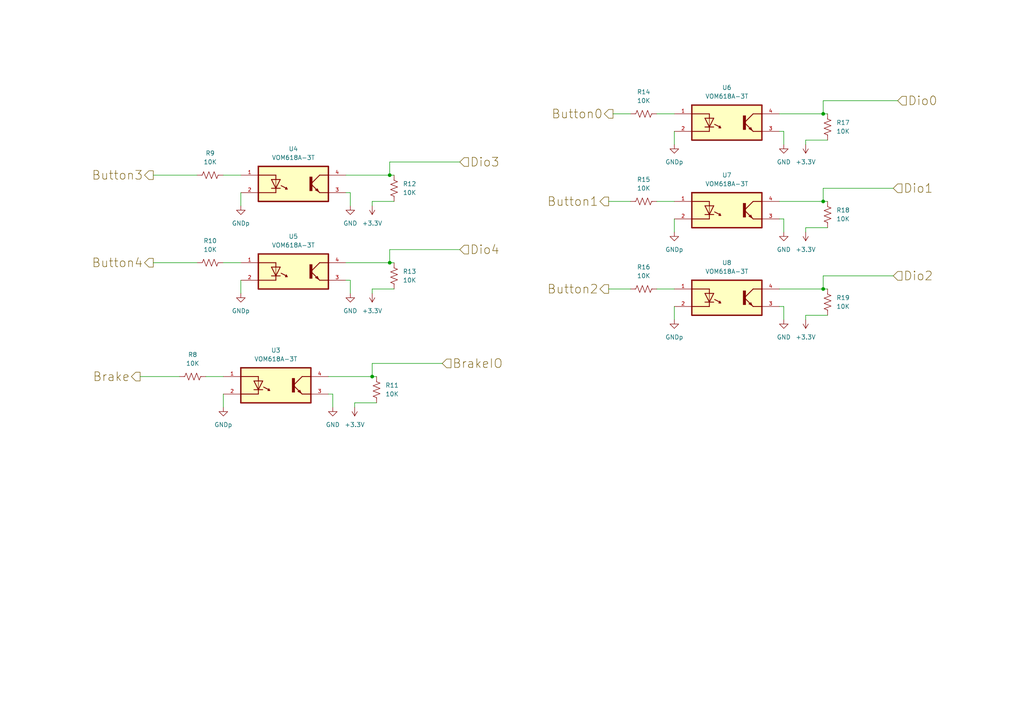
<source format=kicad_sch>
(kicad_sch (version 20250114) (generator "eeschema") (generator_version "9.0")
  (paper "A4")
  (lib_symbols
    (symbol "Device:R_US" (pin_numbers (hide yes)) (pin_names (offset 0))
      (property "Reference" "R" (at 2.54 0 90))
      (property "Value" "R_US" (at -2.54 0 90))
      (symbol "R_US_0_1"
        (polyline (pts (xy 0 2.286) (xy 0 2.54)))
        (polyline (pts (xy 0 2.286) (xy 1.016 1.905) (xy 0 1.524) (xy -1.016 1.143) (xy 0 0.762)))
        (polyline (pts (xy 0 0.762) (xy 1.016 0.381) (xy 0 0) (xy -1.016 -0.381) (xy 0 -0.762)))
        (polyline (pts (xy 0 -0.762) (xy 1.016 -1.143) (xy 0 -1.524) (xy -1.016 -1.905) (xy 0 -2.286)))
        (polyline (pts (xy 0 -2.286) (xy 0 -2.54)))
      )
      (symbol "R_US_1_1"
        (pin passive line (at 0 3.81 270) (length 1.27) (name "~") (number "1"))
        (pin passive line (at 0 -3.81 90) (length 1.27) (name "~") (number "2"))
      )
    )
    (symbol "VOM618A-3T:VOM618A-3T" (pin_names (offset 1.016))
      (property "Reference" "U" (at -5.084 5.5924 0))
      (property "Value" "VOM618A-3T" (at -5.0823 -7.6235 0))
      (symbol "VOM618A-3T_0_0"
        (polyline (pts (xy -10.16 2.54) (xy -5.08 2.54)) (stroke (width 0.254)))
        (polyline (pts (xy -10.16 -2.54) (xy -5.08 -2.54)) (stroke (width 0.254)))
        (rectangle (start -10.16 -5.08) (end 10.16 5.08) (stroke (width 0.4064)) (fill (type background)))
        (polyline (pts (xy -6.35 1.27) (xy -5.08 1.27)) (stroke (width 0.254)))
        (polyline (pts (xy -6.35 1.27) (xy -5.08 -1.27)) (stroke (width 0.254)))
        (polyline (pts (xy -6.35 -1.27) (xy -5.08 -1.27)) (stroke (width 0.254)))
        (polyline (pts (xy -5.08 1.27) (xy -5.08 2.54)) (stroke (width 0.254)))
        (polyline (pts (xy -5.08 1.27) (xy -5.08 -1.27)) (stroke (width 0.1524)))
        (polyline (pts (xy -5.08 1.27) (xy -3.81 1.27)) (stroke (width 0.254)))
        (polyline (pts (xy -5.08 -1.27) (xy -5.08 -2.54)) (stroke (width 0.254)))
        (polyline (pts (xy -5.08 -1.27) (xy -3.81 1.27)) (stroke (width 0.254)))
        (polyline (pts (xy -5.08 -1.27) (xy -3.81 -1.27)) (stroke (width 0.254)))
        (polyline (pts (xy -3.556 -0.508) (xy -2.032 -1.27)) (stroke (width 0.254)))
        (polyline (pts (xy -2.286 -1.524) (xy -2.032 -1.016)) (stroke (width 0.254)))
        (polyline (pts (xy -2.032 -1.016) (xy -1.778 -1.524)) (stroke (width 0.254)))
        (polyline (pts (xy -1.778 -1.524) (xy -2.286 -1.524)) (stroke (width 0.254)))
        (rectangle (start 4.7062 -2.0351) (end 5.461 2.032) (stroke (width 0.1)) (fill (type outline)))
        (polyline (pts (xy 5.08 0) (xy 7.62 -2.54)) (stroke (width 0.254)))
        (polyline (pts (xy 6.985 -1.397) (xy 7.366 -2.286) (xy 6.35 -1.778) (xy 6.985 -1.397)) (stroke (width 0.1524)) (fill (type outline)))
        (polyline (pts (xy 7.62 2.54) (xy 5.08 0)) (stroke (width 0.254)))
        (polyline (pts (xy 7.62 2.54) (xy 10.16 2.54)) (stroke (width 0.254)))
        (polyline (pts (xy 7.62 -2.54) (xy 10.16 -2.54)) (stroke (width 0.254)))
        (pin passive line (at -15.24 2.54 0) (length 5.08) (name "~") (number "1"))
        (pin passive line (at -15.24 -2.54 0) (length 5.08) (name "~") (number "2"))
        (pin passive line (at 15.24 2.54 180) (length 5.08) (name "~") (number "4"))
        (pin passive line (at 15.24 -2.54 180) (length 5.08) (name "~") (number "3"))
      )
    )
    (symbol "power:+3.3V" (power) (pin_numbers (hide yes)) (pin_names (offset 0) (hide yes))
      (property "Value" "+3.3V" (at 0 3.556 0))
      (symbol "+3.3V_0_1"
        (polyline (pts (xy -0.762 1.27) (xy 0 2.54)))
        (polyline (pts (xy 0 2.54) (xy 0.762 1.27)))
        (polyline (pts (xy 0 0) (xy 0 2.54)))
      )
      (symbol "+3.3V_1_1"
        (pin power_in line (at 0 0 90) (length 0) (name "~") (number "1"))
      )
    )
    (symbol "power:GND" (power) (pin_numbers (hide yes)) (pin_names (offset 0) (hide yes))
      (property "Value" "GND" (at 0 -3.81 0))
      (symbol "GND_0_1"
        (polyline (pts (xy 0 0) (xy 0 -1.27) (xy 1.27 -1.27) (xy 0 -2.54) (xy -1.27 -1.27) (xy 0 -1.27)))
      )
      (symbol "GND_1_1"
        (pin power_in line (at 0 0 270) (length 0) (name "~") (number "1"))
      )
    )
  )
  (junction (at 107.95 109.22))
  (junction (at 238.76 58.42))
  (junction (at 238.76 83.82))
  (junction (at 113.03 76.2))
  (junction (at 238.76 33.02))
  (junction (at 113.03 50.8))
  (wire (pts (xy 240.03 83.82) (xy 238.76 83.82)))
  (wire (pts (xy 69.85 81.28) (xy 69.85 85.09)))
  (wire (pts (xy 107.95 83.82) (xy 114.3 83.82)))
  (wire (pts (xy 238.76 54.61) (xy 259.08 54.61)))
  (wire (pts (xy 176.53 58.42) (xy 182.88 58.42)))
  (wire (pts (xy 113.03 76.2) (xy 113.03 72.39)))
  (wire (pts (xy 40.64 109.22) (xy 52.07 109.22)))
  (wire (pts (xy 113.03 72.39) (xy 133.35 72.39)))
  (wire (pts (xy 240.03 58.42) (xy 238.76 58.42)))
  (wire (pts (xy 226.06 83.82) (xy 238.76 83.82)))
  (wire (pts (xy 101.6 55.88) (xy 100.33 55.88)))
  (wire (pts (xy 238.76 58.42) (xy 238.76 54.61)))
  (wire (pts (xy 102.87 116.84) (xy 109.22 116.84)))
  (wire (pts (xy 113.03 50.8) (xy 113.03 46.99)))
  (wire (pts (xy 238.76 83.82) (xy 238.76 80.01)))
  (wire (pts (xy 233.68 66.04) (xy 240.03 66.04)))
  (wire (pts (xy 101.6 81.28) (xy 101.6 85.09)))
  (wire (pts (xy 233.68 66.04) (xy 233.68 67.31)))
  (wire (pts (xy 195.58 88.9) (xy 195.58 92.71)))
  (wire (pts (xy 233.68 40.64) (xy 240.03 40.64)))
  (wire (pts (xy 227.33 88.9) (xy 227.33 92.71)))
  (wire (pts (xy 64.77 76.2) (xy 69.85 76.2)))
  (wire (pts (xy 102.87 116.84) (xy 102.87 118.11)))
  (wire (pts (xy 227.33 38.1) (xy 227.33 41.91)))
  (wire (pts (xy 227.33 38.1) (xy 226.06 38.1)))
  (wire (pts (xy 227.33 88.9) (xy 226.06 88.9)))
  (wire (pts (xy 44.45 76.2) (xy 57.15 76.2)))
  (wire (pts (xy 240.03 33.02) (xy 238.76 33.02)))
  (wire (pts (xy 107.95 58.42) (xy 114.3 58.42)))
  (wire (pts (xy 114.3 76.2) (xy 113.03 76.2)))
  (wire (pts (xy 233.68 91.44) (xy 233.68 92.71)))
  (wire (pts (xy 107.95 58.42) (xy 107.95 59.69)))
  (wire (pts (xy 107.95 109.22) (xy 107.95 105.41)))
  (wire (pts (xy 95.25 109.22) (xy 107.95 109.22)))
  (wire (pts (xy 227.33 63.5) (xy 227.33 67.31)))
  (wire (pts (xy 190.5 58.42) (xy 195.58 58.42)))
  (wire (pts (xy 59.69 109.22) (xy 64.77 109.22)))
  (wire (pts (xy 238.76 80.01) (xy 259.08 80.01)))
  (wire (pts (xy 226.06 58.42) (xy 238.76 58.42)))
  (wire (pts (xy 100.33 76.2) (xy 113.03 76.2)))
  (wire (pts (xy 96.52 114.3) (xy 95.25 114.3)))
  (wire (pts (xy 101.6 55.88) (xy 101.6 59.69)))
  (wire (pts (xy 233.68 91.44) (xy 240.03 91.44)))
  (wire (pts (xy 227.33 63.5) (xy 226.06 63.5)))
  (wire (pts (xy 177.8 33.02) (xy 182.88 33.02)))
  (wire (pts (xy 114.3 50.8) (xy 113.03 50.8)))
  (wire (pts (xy 64.77 114.3) (xy 64.77 118.11)))
  (wire (pts (xy 190.5 83.82) (xy 195.58 83.82)))
  (wire (pts (xy 101.6 81.28) (xy 100.33 81.28)))
  (wire (pts (xy 64.77 50.8) (xy 69.85 50.8)))
  (wire (pts (xy 113.03 46.99) (xy 133.35 46.99)))
  (wire (pts (xy 96.52 114.3) (xy 96.52 118.11)))
  (wire (pts (xy 233.68 40.64) (xy 233.68 41.91)))
  (wire (pts (xy 69.85 55.88) (xy 69.85 59.69)))
  (wire (pts (xy 238.76 33.02) (xy 238.76 29.21)))
  (wire (pts (xy 195.58 63.5) (xy 195.58 67.31)))
  (wire (pts (xy 238.76 29.21) (xy 260.35 29.21)))
  (wire (pts (xy 100.33 50.8) (xy 113.03 50.8)))
  (wire (pts (xy 107.95 83.82) (xy 107.95 85.09)))
  (wire (pts (xy 109.22 109.22) (xy 107.95 109.22)))
  (wire (pts (xy 190.5 33.02) (xy 195.58 33.02)))
  (wire (pts (xy 195.58 38.1) (xy 195.58 41.91)))
  (wire (pts (xy 226.06 33.02) (xy 238.76 33.02)))
  (wire (pts (xy 57.15 50.8) (xy 44.45 50.8)))
  (wire (pts (xy 107.95 105.41) (xy 128.27 105.41)))
  (wire (pts (xy 176.53 83.82) (xy 182.88 83.82)))
  (hierarchical_label "Button1" (shape output) (at 176.53 58.42 180) (effects (font (size 2.54 2.54))))
  (hierarchical_label "Button3" (shape output) (at 44.45 50.8 180) (effects (font (size 2.54 2.54))))
  (hierarchical_label "Dio1" (shape input) (at 259.08 54.61 0) (effects (font (size 2.54 2.54))))
  (hierarchical_label "Button4" (shape output) (at 44.45 76.2 180) (effects (font (size 2.54 2.54))))
  (hierarchical_label "Dio3" (shape input) (at 133.35 46.99 0) (effects (font (size 2.54 2.54))))
  (hierarchical_label "Button2" (shape output) (at 176.53 83.82 180) (effects (font (size 2.54 2.54))))
  (hierarchical_label "Dio2" (shape input) (at 259.08 80.01 0) (effects (font (size 2.54 2.54))))
  (hierarchical_label "Dio4" (shape input) (at 133.35 72.39 0) (effects (font (size 2.54 2.54))))
  (hierarchical_label "Button0" (shape output) (at 177.8 33.02 180) (effects (font (size 2.54 2.54))))
  (hierarchical_label "BrakeIO" (shape input) (at 128.27 105.41 0) (effects (font (size 2.54 2.54))))
  (hierarchical_label "Brake" (shape output) (at 40.64 109.22 180) (effects (font (size 2.54 2.54))))
  (hierarchical_label "Dio0" (shape input) (at 260.35 29.21 0) (effects (font (size 2.54 2.54))))
  (symbol (lib_id "Device:R_US") (at 186.69 58.42 90) (unit 1)
    (property "Reference" "R15" (at 186.69 52.07 90))
    (property "Value" "10K" (at 186.69 54.61 90))
    (property "Description" "Resistor, US symbol" (effects (hide yes)))
  )
  (symbol (lib_id "VOM618A-3T:VOM618A-3T") (at 210.82 86.36 0) (unit 1)
    (property "Reference" "U8" (at 210.82 76.2 0))
    (property "Value" "VOM618A-3T" (at 210.82 78.74 0))
    (property "Footprint" "VOM618A-3T:SOIC254P695X242-4N" (effects (hide yes)))
    (property "MF" "Vishay Semiconductor" (effects (hide yes)))
    (property "Description_1" "Optoisolator Transistor Output 3750Vrms 1 Channel 4-SOP (2.54mm)" (effects (hide yes)))
    (property "Package" "SOP-4 Vishay Semiconductor" (effects (hide yes)))
    (property "Price" "None" (effects (hide yes)))
    (property "Check_prices" "https://www.snapeda.com/parts/VOM618A-3T/Vishay/view-part/?ref=eda" (effects (hide yes)))
    (property "SnapEDA_Link" "https://www.snapeda.com/parts/VOM618A-3T/Vishay/view-part/?ref=snap" (effects (hide yes)))
    (property "MP" "VOM618A-3T" (effects (hide yes)))
    (property "Availability" "In Stock" (effects (hide yes)))
    (property "MANUFACTURER" "VISHAY" (effects (hide yes)))
  )
  (symbol (lib_id "Device:R_US") (at 60.96 50.8 90) (unit 1)
    (property "Reference" "R9" (at 60.96 44.45 90))
    (property "Value" "10K" (at 60.96 46.99 90))
    (property "Description" "Resistor, US symbol" (effects (hide yes)))
  )
  (symbol (lib_id "Device:R_US") (at 240.03 36.83 0) (unit 1)
    (property "Reference" "R17" (at 242.57 35.5599 0) (effects (justify left)))
    (property "Value" "10K" (at 242.57 38.0999 0) (effects (justify left)))
    (property "Description" "Resistor, US symbol" (effects (hide yes)))
  )
  (symbol (lib_id "Device:R_US") (at 240.03 87.63 0) (unit 1)
    (property "Reference" "R19" (at 242.57 86.3599 0) (effects (justify left)))
    (property "Value" "10K" (at 242.57 88.8999 0) (effects (justify left)))
    (property "Description" "Resistor, US symbol" (effects (hide yes)))
  )
  (symbol (lib_id "power:+3.3V") (at 107.95 59.69 180) (unit 1)
    (property "Reference" "#PWR034" (effects (hide yes)))
    (property "Value" "+3.3V" (at 107.95 64.77 0))
    (property "Description" "Power symbol creates a global label with name \"+3.3V\"" (effects (hide yes)))
  )
  (symbol (lib_id "power:+3.3V") (at 233.68 41.91 180) (unit 1)
    (property "Reference" "#PWR043" (effects (hide yes)))
    (property "Value" "+3.3V" (at 233.68 46.99 0))
    (property "Description" "Power symbol creates a global label with name \"+3.3V\"" (effects (hide yes)))
  )
  (symbol (lib_id "power:GND") (at 101.6 59.69 0) (unit 1)
    (property "Reference" "#PWR031" (effects (hide yes)))
    (property "Value" "GND" (at 101.6 64.77 0))
    (property "Description" "Power symbol creates a global label with name \"GND\" , ground" (effects (hide yes)))
  )
  (symbol (lib_id "VOM618A-3T:VOM618A-3T") (at 80.01 111.76 0) (unit 1)
    (property "Reference" "U3" (at 80.01 101.6 0))
    (property "Value" "VOM618A-3T" (at 80.01 104.14 0))
    (property "Footprint" "VOM618A-3T:SOIC254P695X242-4N" (effects (hide yes)))
    (property "MF" "Vishay Semiconductor" (effects (hide yes)))
    (property "Description_1" "Optoisolator Transistor Output 3750Vrms 1 Channel 4-SOP (2.54mm)" (effects (hide yes)))
    (property "Package" "SOP-4 Vishay Semiconductor" (effects (hide yes)))
    (property "Price" "None" (effects (hide yes)))
    (property "Check_prices" "https://www.snapeda.com/parts/VOM618A-3T/Vishay/view-part/?ref=eda" (effects (hide yes)))
    (property "SnapEDA_Link" "https://www.snapeda.com/parts/VOM618A-3T/Vishay/view-part/?ref=snap" (effects (hide yes)))
    (property "MP" "VOM618A-3T" (effects (hide yes)))
    (property "Availability" "In Stock" (effects (hide yes)))
    (property "MANUFACTURER" "VISHAY" (effects (hide yes)))
  )
  (symbol (lib_id "VOM618A-3T:VOM618A-3T") (at 210.82 35.56 0) (unit 1)
    (property "Reference" "U6" (at 210.82 25.4 0))
    (property "Value" "VOM618A-3T" (at 210.82 27.94 0))
    (property "Footprint" "VOM618A-3T:SOIC254P695X242-4N" (effects (hide yes)))
    (property "MF" "Vishay Semiconductor" (effects (hide yes)))
    (property "Description_1" "Optoisolator Transistor Output 3750Vrms 1 Channel 4-SOP (2.54mm)" (effects (hide yes)))
    (property "Package" "SOP-4 Vishay Semiconductor" (effects (hide yes)))
    (property "Price" "None" (effects (hide yes)))
    (property "Check_prices" "https://www.snapeda.com/parts/VOM618A-3T/Vishay/view-part/?ref=eda" (effects (hide yes)))
    (property "SnapEDA_Link" "https://www.snapeda.com/parts/VOM618A-3T/Vishay/view-part/?ref=snap" (effects (hide yes)))
    (property "MP" "VOM618A-3T" (effects (hide yes)))
    (property "Availability" "In Stock" (effects (hide yes)))
    (property "MANUFACTURER" "VISHAY" (effects (hide yes)))
  )
  (symbol (lib_id "power:+3.3V") (at 233.68 92.71 180) (unit 1)
    (property "Reference" "#PWR045" (effects (hide yes)))
    (property "Value" "+3.3V" (at 233.68 97.79 0))
    (property "Description" "Power symbol creates a global label with name \"+3.3V\"" (effects (hide yes)))
  )
  (symbol (lib_id "power:+3.3V") (at 102.87 118.11 180) (unit 1)
    (property "Reference" "#PWR033" (effects (hide yes)))
    (property "Value" "+3.3V" (at 102.87 123.19 0))
    (property "Description" "Power symbol creates a global label with name \"+3.3V\"" (effects (hide yes)))
  )
  (symbol (lib_id "Device:R_US") (at 114.3 80.01 0) (unit 1)
    (property "Reference" "R13" (at 116.84 78.7399 0) (effects (justify left)))
    (property "Value" "10K" (at 116.84 81.2799 0) (effects (justify left)))
    (property "Description" "Resistor, US symbol" (effects (hide yes)))
  )
  (symbol (lib_id "Device:R_US") (at 186.69 33.02 90) (unit 1)
    (property "Reference" "R14" (at 186.69 26.67 90))
    (property "Value" "10K" (at 186.69 29.21 90))
    (property "Description" "Resistor, US symbol" (effects (hide yes)))
  )
  (symbol (lib_id "power:GND") (at 69.85 85.09 0) (unit 1)
    (property "Reference" "#PWR029" (effects (hide yes)))
    (property "Value" "GNDp" (at 69.85 90.17 0))
    (property "Description" "Power symbol creates a global label with name \"GND\" , ground" (effects (hide yes)))
  )
  (symbol (lib_id "power:GND") (at 195.58 41.91 0) (unit 1)
    (property "Reference" "#PWR037" (effects (hide yes)))
    (property "Value" "GNDp" (at 195.58 46.99 0))
    (property "Description" "Power symbol creates a global label with name \"GND\" , ground" (effects (hide yes)))
  )
  (symbol (lib_id "Device:R_US") (at 60.96 76.2 90) (unit 1)
    (property "Reference" "R10" (at 60.96 69.85 90))
    (property "Value" "10K" (at 60.96 72.39 90))
    (property "Description" "Resistor, US symbol" (effects (hide yes)))
  )
  (symbol (lib_id "Device:R_US") (at 55.88 109.22 90) (unit 1)
    (property "Reference" "R8" (at 55.88 102.87 90))
    (property "Value" "10K" (at 55.88 105.41 90))
    (property "Description" "Resistor, US symbol" (effects (hide yes)))
  )
  (symbol (lib_id "Device:R_US") (at 114.3 54.61 0) (unit 1)
    (property "Reference" "R12" (at 116.84 53.3399 0) (effects (justify left)))
    (property "Value" "10K" (at 116.84 55.8799 0) (effects (justify left)))
    (property "Description" "Resistor, US symbol" (effects (hide yes)))
  )
  (symbol (lib_id "Device:R_US") (at 240.03 62.23 0) (unit 1)
    (property "Reference" "R18" (at 242.57 60.9599 0) (effects (justify left)))
    (property "Value" "10K" (at 242.57 63.4999 0) (effects (justify left)))
    (property "Description" "Resistor, US symbol" (effects (hide yes)))
  )
  (symbol (lib_id "power:GND") (at 227.33 41.91 0) (unit 1)
    (property "Reference" "#PWR040" (effects (hide yes)))
    (property "Value" "GND" (at 227.33 46.99 0))
    (property "Description" "Power symbol creates a global label with name \"GND\" , ground" (effects (hide yes)))
  )
  (symbol (lib_id "power:GND") (at 64.77 118.11 0) (unit 1)
    (property "Reference" "#PWR027" (effects (hide yes)))
    (property "Value" "GNDp" (at 64.77 123.19 0))
    (property "Description" "Power symbol creates a global label with name \"GND\" , ground" (effects (hide yes)))
  )
  (symbol (lib_id "VOM618A-3T:VOM618A-3T") (at 210.82 60.96 0) (unit 1)
    (property "Reference" "U7" (at 210.82 50.8 0))
    (property "Value" "VOM618A-3T" (at 210.82 53.34 0))
    (property "Footprint" "VOM618A-3T:SOIC254P695X242-4N" (effects (hide yes)))
    (property "MF" "Vishay Semiconductor" (effects (hide yes)))
    (property "Description_1" "Optoisolator Transistor Output 3750Vrms 1 Channel 4-SOP (2.54mm)" (effects (hide yes)))
    (property "Package" "SOP-4 Vishay Semiconductor" (effects (hide yes)))
    (property "Price" "None" (effects (hide yes)))
    (property "Check_prices" "https://www.snapeda.com/parts/VOM618A-3T/Vishay/view-part/?ref=eda" (effects (hide yes)))
    (property "SnapEDA_Link" "https://www.snapeda.com/parts/VOM618A-3T/Vishay/view-part/?ref=snap" (effects (hide yes)))
    (property "MP" "VOM618A-3T" (effects (hide yes)))
    (property "Availability" "In Stock" (effects (hide yes)))
    (property "MANUFACTURER" "VISHAY" (effects (hide yes)))
  )
  (symbol (lib_id "power:GND") (at 227.33 67.31 0) (unit 1)
    (property "Reference" "#PWR041" (effects (hide yes)))
    (property "Value" "GND" (at 227.33 72.39 0))
    (property "Description" "Power symbol creates a global label with name \"GND\" , ground" (effects (hide yes)))
  )
  (symbol (lib_id "power:GND") (at 195.58 67.31 0) (unit 1)
    (property "Reference" "#PWR038" (effects (hide yes)))
    (property "Value" "GNDp" (at 195.58 72.39 0))
    (property "Description" "Power symbol creates a global label with name \"GND\" , ground" (effects (hide yes)))
  )
  (symbol (lib_id "power:+3.3V") (at 107.95 85.09 180) (unit 1)
    (property "Reference" "#PWR035" (effects (hide yes)))
    (property "Value" "+3.3V" (at 107.95 90.17 0))
    (property "Description" "Power symbol creates a global label with name \"+3.3V\"" (effects (hide yes)))
  )
  (symbol (lib_id "VOM618A-3T:VOM618A-3T") (at 85.09 53.34 0) (unit 1)
    (property "Reference" "U4" (at 85.09 43.18 0))
    (property "Value" "VOM618A-3T" (at 85.09 45.72 0))
    (property "Footprint" "VOM618A-3T:SOIC254P695X242-4N" (effects (hide yes)))
    (property "MF" "Vishay Semiconductor" (effects (hide yes)))
    (property "Description_1" "Optoisolator Transistor Output 3750Vrms 1 Channel 4-SOP (2.54mm)" (effects (hide yes)))
    (property "Package" "SOP-4 Vishay Semiconductor" (effects (hide yes)))
    (property "Price" "None" (effects (hide yes)))
    (property "Check_prices" "https://www.snapeda.com/parts/VOM618A-3T/Vishay/view-part/?ref=eda" (effects (hide yes)))
    (property "SnapEDA_Link" "https://www.snapeda.com/parts/VOM618A-3T/Vishay/view-part/?ref=snap" (effects (hide yes)))
    (property "MP" "VOM618A-3T" (effects (hide yes)))
    (property "Availability" "In Stock" (effects (hide yes)))
    (property "MANUFACTURER" "VISHAY" (effects (hide yes)))
  )
  (symbol (lib_id "power:GND") (at 227.33 92.71 0) (unit 1)
    (property "Reference" "#PWR042" (effects (hide yes)))
    (property "Value" "GND" (at 227.33 97.79 0))
    (property "Description" "Power symbol creates a global label with name \"GND\" , ground" (effects (hide yes)))
  )
  (symbol (lib_id "power:GND") (at 96.52 118.11 0) (unit 1)
    (property "Reference" "#PWR030" (effects (hide yes)))
    (property "Value" "GND" (at 96.52 123.19 0))
    (property "Description" "Power symbol creates a global label with name \"GND\" , ground" (effects (hide yes)))
  )
  (symbol (lib_id "power:+3.3V") (at 233.68 67.31 180) (unit 1)
    (property "Reference" "#PWR044" (effects (hide yes)))
    (property "Value" "+3.3V" (at 233.68 72.39 0))
    (property "Description" "Power symbol creates a global label with name \"+3.3V\"" (effects (hide yes)))
  )
  (symbol (lib_id "power:GND") (at 101.6 85.09 0) (unit 1)
    (property "Reference" "#PWR032" (effects (hide yes)))
    (property "Value" "GND" (at 101.6 90.17 0))
    (property "Description" "Power symbol creates a global label with name \"GND\" , ground" (effects (hide yes)))
  )
  (symbol (lib_id "power:GND") (at 69.85 59.69 0) (unit 1)
    (property "Reference" "#PWR028" (effects (hide yes)))
    (property "Value" "GNDp" (at 69.85 64.77 0))
    (property "Description" "Power symbol creates a global label with name \"GND\" , ground" (effects (hide yes)))
  )
  (symbol (lib_id "Device:R_US") (at 186.69 83.82 90) (unit 1)
    (property "Reference" "R16" (at 186.69 77.47 90))
    (property "Value" "10K" (at 186.69 80.01 90))
    (property "Description" "Resistor, US symbol" (effects (hide yes)))
  )
  (symbol (lib_id "VOM618A-3T:VOM618A-3T") (at 85.09 78.74 0) (unit 1)
    (property "Reference" "U5" (at 85.09 68.58 0))
    (property "Value" "VOM618A-3T" (at 85.09 71.12 0))
    (property "Footprint" "VOM618A-3T:SOIC254P695X242-4N" (effects (hide yes)))
    (property "MF" "Vishay Semiconductor" (effects (hide yes)))
    (property "Description_1" "Optoisolator Transistor Output 3750Vrms 1 Channel 4-SOP (2.54mm)" (effects (hide yes)))
    (property "Package" "SOP-4 Vishay Semiconductor" (effects (hide yes)))
    (property "Price" "None" (effects (hide yes)))
    (property "Check_prices" "https://www.snapeda.com/parts/VOM618A-3T/Vishay/view-part/?ref=eda" (effects (hide yes)))
    (property "SnapEDA_Link" "https://www.snapeda.com/parts/VOM618A-3T/Vishay/view-part/?ref=snap" (effects (hide yes)))
    (property "MP" "VOM618A-3T" (effects (hide yes)))
    (property "Availability" "In Stock" (effects (hide yes)))
    (property "MANUFACTURER" "VISHAY" (effects (hide yes)))
  )
  (symbol (lib_id "Device:R_US") (at 109.22 113.03 0) (unit 1)
    (property "Reference" "R11" (at 111.76 111.7599 0) (effects (justify left)))
    (property "Value" "10K" (at 111.76 114.2999 0) (effects (justify left)))
    (property "Description" "Resistor, US symbol" (effects (hide yes)))
  )
  (symbol (lib_id "power:GND") (at 195.58 92.71 0) (unit 1)
    (property "Reference" "#PWR039" (effects (hide yes)))
    (property "Value" "GNDp" (at 195.58 97.79 0))
    (property "Description" "Power symbol creates a global label with name \"GND\" , ground" (effects (hide yes)))
  )
)
</source>
